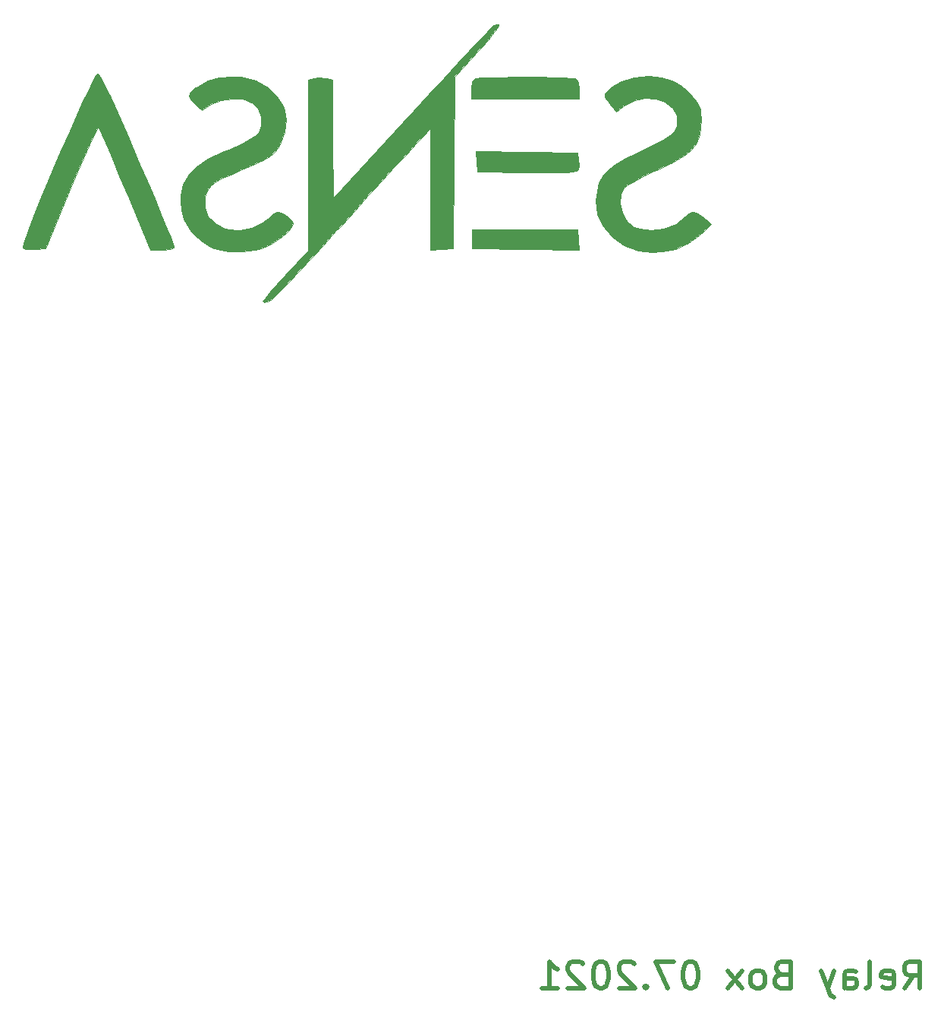
<source format=gbr>
G04 #@! TF.GenerationSoftware,KiCad,Pcbnew,(5.1.9)-1*
G04 #@! TF.CreationDate,2021-08-02T17:51:02+02:00*
G04 #@! TF.ProjectId,RelayControls-HPK,52656c61-7943-46f6-9e74-726f6c732d48,V0.1*
G04 #@! TF.SameCoordinates,Original*
G04 #@! TF.FileFunction,Legend,Bot*
G04 #@! TF.FilePolarity,Positive*
%FSLAX46Y46*%
G04 Gerber Fmt 4.6, Leading zero omitted, Abs format (unit mm)*
G04 Created by KiCad (PCBNEW (5.1.9)-1) date 2021-08-02 17:51:02*
%MOMM*%
%LPD*%
G01*
G04 APERTURE LIST*
%ADD10C,0.500000*%
%ADD11C,0.010000*%
G04 APERTURE END LIST*
D10*
X150885714Y-206437142D02*
X151885714Y-205008571D01*
X152600000Y-206437142D02*
X152600000Y-203437142D01*
X151457142Y-203437142D01*
X151171428Y-203580000D01*
X151028571Y-203722857D01*
X150885714Y-204008571D01*
X150885714Y-204437142D01*
X151028571Y-204722857D01*
X151171428Y-204865714D01*
X151457142Y-205008571D01*
X152600000Y-205008571D01*
X148457142Y-206294285D02*
X148742857Y-206437142D01*
X149314285Y-206437142D01*
X149600000Y-206294285D01*
X149742857Y-206008571D01*
X149742857Y-204865714D01*
X149600000Y-204580000D01*
X149314285Y-204437142D01*
X148742857Y-204437142D01*
X148457142Y-204580000D01*
X148314285Y-204865714D01*
X148314285Y-205151428D01*
X149742857Y-205437142D01*
X146600000Y-206437142D02*
X146885714Y-206294285D01*
X147028571Y-206008571D01*
X147028571Y-203437142D01*
X144171428Y-206437142D02*
X144171428Y-204865714D01*
X144314285Y-204580000D01*
X144600000Y-204437142D01*
X145171428Y-204437142D01*
X145457142Y-204580000D01*
X144171428Y-206294285D02*
X144457142Y-206437142D01*
X145171428Y-206437142D01*
X145457142Y-206294285D01*
X145600000Y-206008571D01*
X145600000Y-205722857D01*
X145457142Y-205437142D01*
X145171428Y-205294285D01*
X144457142Y-205294285D01*
X144171428Y-205151428D01*
X143028571Y-204437142D02*
X142314285Y-206437142D01*
X141600000Y-204437142D02*
X142314285Y-206437142D01*
X142600000Y-207151428D01*
X142742857Y-207294285D01*
X143028571Y-207437142D01*
X137171428Y-204865714D02*
X136742857Y-205008571D01*
X136600000Y-205151428D01*
X136457142Y-205437142D01*
X136457142Y-205865714D01*
X136600000Y-206151428D01*
X136742857Y-206294285D01*
X137028571Y-206437142D01*
X138171428Y-206437142D01*
X138171428Y-203437142D01*
X137171428Y-203437142D01*
X136885714Y-203580000D01*
X136742857Y-203722857D01*
X136600000Y-204008571D01*
X136600000Y-204294285D01*
X136742857Y-204580000D01*
X136885714Y-204722857D01*
X137171428Y-204865714D01*
X138171428Y-204865714D01*
X134742857Y-206437142D02*
X135028571Y-206294285D01*
X135171428Y-206151428D01*
X135314285Y-205865714D01*
X135314285Y-205008571D01*
X135171428Y-204722857D01*
X135028571Y-204580000D01*
X134742857Y-204437142D01*
X134314285Y-204437142D01*
X134028571Y-204580000D01*
X133885714Y-204722857D01*
X133742857Y-205008571D01*
X133742857Y-205865714D01*
X133885714Y-206151428D01*
X134028571Y-206294285D01*
X134314285Y-206437142D01*
X134742857Y-206437142D01*
X132742857Y-206437142D02*
X131171428Y-204437142D01*
X132742857Y-204437142D02*
X131171428Y-206437142D01*
X127171428Y-203437142D02*
X126885714Y-203437142D01*
X126600000Y-203580000D01*
X126457142Y-203722857D01*
X126314285Y-204008571D01*
X126171428Y-204580000D01*
X126171428Y-205294285D01*
X126314285Y-205865714D01*
X126457142Y-206151428D01*
X126600000Y-206294285D01*
X126885714Y-206437142D01*
X127171428Y-206437142D01*
X127457142Y-206294285D01*
X127600000Y-206151428D01*
X127742857Y-205865714D01*
X127885714Y-205294285D01*
X127885714Y-204580000D01*
X127742857Y-204008571D01*
X127600000Y-203722857D01*
X127457142Y-203580000D01*
X127171428Y-203437142D01*
X125171428Y-203437142D02*
X123171428Y-203437142D01*
X124457142Y-206437142D01*
X122028571Y-206151428D02*
X121885714Y-206294285D01*
X122028571Y-206437142D01*
X122171428Y-206294285D01*
X122028571Y-206151428D01*
X122028571Y-206437142D01*
X120742857Y-203722857D02*
X120600000Y-203580000D01*
X120314285Y-203437142D01*
X119600000Y-203437142D01*
X119314285Y-203580000D01*
X119171428Y-203722857D01*
X119028571Y-204008571D01*
X119028571Y-204294285D01*
X119171428Y-204722857D01*
X120885714Y-206437142D01*
X119028571Y-206437142D01*
X117171428Y-203437142D02*
X116885714Y-203437142D01*
X116600000Y-203580000D01*
X116457142Y-203722857D01*
X116314285Y-204008571D01*
X116171428Y-204580000D01*
X116171428Y-205294285D01*
X116314285Y-205865714D01*
X116457142Y-206151428D01*
X116600000Y-206294285D01*
X116885714Y-206437142D01*
X117171428Y-206437142D01*
X117457142Y-206294285D01*
X117600000Y-206151428D01*
X117742857Y-205865714D01*
X117885714Y-205294285D01*
X117885714Y-204580000D01*
X117742857Y-204008571D01*
X117600000Y-203722857D01*
X117457142Y-203580000D01*
X117171428Y-203437142D01*
X115028571Y-203722857D02*
X114885714Y-203580000D01*
X114600000Y-203437142D01*
X113885714Y-203437142D01*
X113600000Y-203580000D01*
X113457142Y-203722857D01*
X113314285Y-204008571D01*
X113314285Y-204294285D01*
X113457142Y-204722857D01*
X115171428Y-206437142D01*
X113314285Y-206437142D01*
X110457142Y-206437142D02*
X112171428Y-206437142D01*
X111314285Y-206437142D02*
X111314285Y-203437142D01*
X111600000Y-203865714D01*
X111885714Y-204151428D01*
X112171428Y-204294285D01*
D11*
G36*
X105125243Y-99053573D02*
G01*
X104873171Y-99274898D01*
X104297754Y-99852972D01*
X103435495Y-100749003D01*
X102322899Y-101924201D01*
X100996469Y-103339774D01*
X99492711Y-104956933D01*
X97848128Y-106736885D01*
X96099225Y-108640840D01*
X95956343Y-108796866D01*
X87170527Y-118393157D01*
X87099102Y-111761575D01*
X87027677Y-105129992D01*
X86363839Y-104963380D01*
X85561599Y-104897590D01*
X85031579Y-104964530D01*
X84363158Y-105132293D01*
X84363158Y-124176489D01*
X81823158Y-126919413D01*
X80906703Y-127920090D01*
X80137299Y-128781173D01*
X79580685Y-129427466D01*
X79302599Y-129783772D01*
X79283158Y-129824853D01*
X79476036Y-129974496D01*
X80034053Y-129770458D01*
X80254098Y-129649216D01*
X80556332Y-129382787D01*
X81174376Y-128764377D01*
X82065772Y-127838980D01*
X83188063Y-126651589D01*
X84498792Y-125247199D01*
X85955502Y-123670801D01*
X87515734Y-121967390D01*
X87874098Y-121574090D01*
X89503423Y-119785898D01*
X91080315Y-118058437D01*
X92554409Y-116446647D01*
X93875343Y-115005471D01*
X94992754Y-113789850D01*
X95856276Y-112854724D01*
X96415548Y-112255035D01*
X96452268Y-112216195D01*
X97980325Y-110603158D01*
X97989636Y-117368860D01*
X97998948Y-124134562D01*
X99268948Y-124053070D01*
X100538948Y-123971579D01*
X100609202Y-114380641D01*
X100679457Y-104789704D01*
X103254592Y-102008838D01*
X104381887Y-100764997D01*
X105136782Y-99865234D01*
X105534592Y-99285358D01*
X105590628Y-99001177D01*
X105320204Y-98988499D01*
X105125243Y-99053573D01*
G37*
X105125243Y-99053573D02*
X104873171Y-99274898D01*
X104297754Y-99852972D01*
X103435495Y-100749003D01*
X102322899Y-101924201D01*
X100996469Y-103339774D01*
X99492711Y-104956933D01*
X97848128Y-106736885D01*
X96099225Y-108640840D01*
X95956343Y-108796866D01*
X87170527Y-118393157D01*
X87099102Y-111761575D01*
X87027677Y-105129992D01*
X86363839Y-104963380D01*
X85561599Y-104897590D01*
X85031579Y-104964530D01*
X84363158Y-105132293D01*
X84363158Y-124176489D01*
X81823158Y-126919413D01*
X80906703Y-127920090D01*
X80137299Y-128781173D01*
X79580685Y-129427466D01*
X79302599Y-129783772D01*
X79283158Y-129824853D01*
X79476036Y-129974496D01*
X80034053Y-129770458D01*
X80254098Y-129649216D01*
X80556332Y-129382787D01*
X81174376Y-128764377D01*
X82065772Y-127838980D01*
X83188063Y-126651589D01*
X84498792Y-125247199D01*
X85955502Y-123670801D01*
X87515734Y-121967390D01*
X87874098Y-121574090D01*
X89503423Y-119785898D01*
X91080315Y-118058437D01*
X92554409Y-116446647D01*
X93875343Y-115005471D01*
X94992754Y-113789850D01*
X95856276Y-112854724D01*
X96415548Y-112255035D01*
X96452268Y-112216195D01*
X97980325Y-110603158D01*
X97989636Y-117368860D01*
X97998948Y-124134562D01*
X99268948Y-124053070D01*
X100538948Y-123971579D01*
X100609202Y-114380641D01*
X100679457Y-104789704D01*
X103254592Y-102008838D01*
X104381887Y-100764997D01*
X105136782Y-99865234D01*
X105534592Y-99285358D01*
X105590628Y-99001177D01*
X105320204Y-98988499D01*
X105125243Y-99053573D01*
G36*
X120762967Y-104942905D02*
G01*
X119304807Y-105367847D01*
X118110373Y-106032668D01*
X117681026Y-106425246D01*
X117449529Y-106755359D01*
X117486565Y-107082046D01*
X117833259Y-107576873D01*
X118007842Y-107788601D01*
X118756697Y-108685609D01*
X119581454Y-108075840D01*
X120735845Y-107459405D01*
X121954789Y-107200555D01*
X123137505Y-107270636D01*
X124183214Y-107640995D01*
X124991135Y-108282977D01*
X125460487Y-109167930D01*
X125537895Y-109769356D01*
X125471451Y-110329005D01*
X125229088Y-110826663D01*
X124746264Y-111314166D01*
X123958436Y-111843347D01*
X122801060Y-112466043D01*
X121243535Y-113218167D01*
X119691300Y-113982117D01*
X118558489Y-114641992D01*
X117759720Y-115270120D01*
X117209613Y-115938825D01*
X116822789Y-116720433D01*
X116698937Y-117067876D01*
X116434604Y-118641773D01*
X116648230Y-120152853D01*
X117283070Y-121532289D01*
X118282379Y-122711252D01*
X119589414Y-123620916D01*
X121147430Y-124192453D01*
X122711628Y-124360896D01*
X123782765Y-124295160D01*
X124797532Y-124138819D01*
X125302001Y-124003508D01*
X126757154Y-123333705D01*
X128068043Y-122458707D01*
X128697594Y-121884494D01*
X129308171Y-121234564D01*
X128471993Y-120530966D01*
X127735635Y-119997649D01*
X127190521Y-119871573D01*
X126693377Y-120142797D01*
X126448281Y-120390556D01*
X125386580Y-121220984D01*
X124063746Y-121754967D01*
X122649277Y-121957901D01*
X121312667Y-121795184D01*
X120716512Y-121560737D01*
X119908566Y-120889377D01*
X119364660Y-119940270D01*
X119126180Y-118874056D01*
X119234512Y-117851376D01*
X119588948Y-117184158D01*
X120005508Y-116864703D01*
X120804718Y-116399674D01*
X121875559Y-115849001D01*
X123107010Y-115272617D01*
X123236690Y-115214999D01*
X124959265Y-114403787D01*
X126232679Y-113668504D01*
X127123802Y-112944886D01*
X127699506Y-112168669D01*
X128026661Y-111275591D01*
X128148755Y-110494499D01*
X128191336Y-109560770D01*
X128150917Y-108741363D01*
X128106656Y-108483613D01*
X127696754Y-107632763D01*
X126945493Y-106708506D01*
X125995942Y-105863877D01*
X125162579Y-105334403D01*
X123847575Y-104903478D01*
X122329130Y-104780547D01*
X120762967Y-104942905D01*
G37*
X120762967Y-104942905D02*
X119304807Y-105367847D01*
X118110373Y-106032668D01*
X117681026Y-106425246D01*
X117449529Y-106755359D01*
X117486565Y-107082046D01*
X117833259Y-107576873D01*
X118007842Y-107788601D01*
X118756697Y-108685609D01*
X119581454Y-108075840D01*
X120735845Y-107459405D01*
X121954789Y-107200555D01*
X123137505Y-107270636D01*
X124183214Y-107640995D01*
X124991135Y-108282977D01*
X125460487Y-109167930D01*
X125537895Y-109769356D01*
X125471451Y-110329005D01*
X125229088Y-110826663D01*
X124746264Y-111314166D01*
X123958436Y-111843347D01*
X122801060Y-112466043D01*
X121243535Y-113218167D01*
X119691300Y-113982117D01*
X118558489Y-114641992D01*
X117759720Y-115270120D01*
X117209613Y-115938825D01*
X116822789Y-116720433D01*
X116698937Y-117067876D01*
X116434604Y-118641773D01*
X116648230Y-120152853D01*
X117283070Y-121532289D01*
X118282379Y-122711252D01*
X119589414Y-123620916D01*
X121147430Y-124192453D01*
X122711628Y-124360896D01*
X123782765Y-124295160D01*
X124797532Y-124138819D01*
X125302001Y-124003508D01*
X126757154Y-123333705D01*
X128068043Y-122458707D01*
X128697594Y-121884494D01*
X129308171Y-121234564D01*
X128471993Y-120530966D01*
X127735635Y-119997649D01*
X127190521Y-119871573D01*
X126693377Y-120142797D01*
X126448281Y-120390556D01*
X125386580Y-121220984D01*
X124063746Y-121754967D01*
X122649277Y-121957901D01*
X121312667Y-121795184D01*
X120716512Y-121560737D01*
X119908566Y-120889377D01*
X119364660Y-119940270D01*
X119126180Y-118874056D01*
X119234512Y-117851376D01*
X119588948Y-117184158D01*
X120005508Y-116864703D01*
X120804718Y-116399674D01*
X121875559Y-115849001D01*
X123107010Y-115272617D01*
X123236690Y-115214999D01*
X124959265Y-114403787D01*
X126232679Y-113668504D01*
X127123802Y-112944886D01*
X127699506Y-112168669D01*
X128026661Y-111275591D01*
X128148755Y-110494499D01*
X128191336Y-109560770D01*
X128150917Y-108741363D01*
X128106656Y-108483613D01*
X127696754Y-107632763D01*
X126945493Y-106708506D01*
X125995942Y-105863877D01*
X125162579Y-105334403D01*
X123847575Y-104903478D01*
X122329130Y-104780547D01*
X120762967Y-104942905D01*
G36*
X74411857Y-104909889D02*
G01*
X73136180Y-105288597D01*
X71868222Y-106004751D01*
X71865511Y-106006582D01*
X71223510Y-106516537D01*
X71050646Y-106952688D01*
X71336415Y-107458873D01*
X71730000Y-107862097D01*
X72465263Y-108563186D01*
X73534737Y-107913489D01*
X74630327Y-107458924D01*
X75879721Y-107258961D01*
X77083735Y-107323666D01*
X78043182Y-107663103D01*
X78075900Y-107684005D01*
X78734214Y-108393849D01*
X79102049Y-109351358D01*
X79102834Y-110327847D01*
X79035749Y-110550662D01*
X78809497Y-110995276D01*
X78445149Y-111394090D01*
X77861145Y-111799521D01*
X76975925Y-112263983D01*
X75707929Y-112839891D01*
X74994626Y-113147704D01*
X73187570Y-114009574D01*
X71856789Y-114872800D01*
X70947305Y-115799699D01*
X70404144Y-116852585D01*
X70172329Y-118093775D01*
X70154436Y-118634053D01*
X70245250Y-119687897D01*
X70476212Y-120683668D01*
X70609240Y-121025543D01*
X71343870Y-122103018D01*
X72407791Y-123098775D01*
X73602778Y-123843534D01*
X74165310Y-124062335D01*
X75500021Y-124301008D01*
X77014293Y-124327623D01*
X78442626Y-124147501D01*
X79091606Y-123963629D01*
X80087305Y-123496940D01*
X81108485Y-122857661D01*
X81977815Y-122169641D01*
X82503221Y-121580949D01*
X82660792Y-121185372D01*
X82492256Y-120832023D01*
X82057983Y-120445824D01*
X81365095Y-119967088D01*
X80866970Y-119880563D01*
X80399316Y-120182200D01*
X80193544Y-120399866D01*
X79275834Y-121116935D01*
X78046433Y-121659261D01*
X76721108Y-121940030D01*
X76314803Y-121960444D01*
X75042448Y-121759485D01*
X73984328Y-121202961D01*
X73213443Y-120379796D01*
X72802796Y-119378917D01*
X72825388Y-118289250D01*
X72960875Y-117874876D01*
X73209977Y-117346833D01*
X73513101Y-116931500D01*
X73963841Y-116564250D01*
X74655788Y-116180459D01*
X75682534Y-115715500D01*
X76723534Y-115276749D01*
X78191785Y-114650788D01*
X79252363Y-114151422D01*
X79999097Y-113719668D01*
X80525815Y-113296543D01*
X80926347Y-112823062D01*
X81138155Y-112501568D01*
X81771125Y-111043275D01*
X81916128Y-109597537D01*
X81617310Y-108229811D01*
X80918818Y-107005556D01*
X79864796Y-105990230D01*
X78499393Y-105249288D01*
X76866753Y-104848191D01*
X75941053Y-104795590D01*
X74411857Y-104909889D01*
G37*
X74411857Y-104909889D02*
X73136180Y-105288597D01*
X71868222Y-106004751D01*
X71865511Y-106006582D01*
X71223510Y-106516537D01*
X71050646Y-106952688D01*
X71336415Y-107458873D01*
X71730000Y-107862097D01*
X72465263Y-108563186D01*
X73534737Y-107913489D01*
X74630327Y-107458924D01*
X75879721Y-107258961D01*
X77083735Y-107323666D01*
X78043182Y-107663103D01*
X78075900Y-107684005D01*
X78734214Y-108393849D01*
X79102049Y-109351358D01*
X79102834Y-110327847D01*
X79035749Y-110550662D01*
X78809497Y-110995276D01*
X78445149Y-111394090D01*
X77861145Y-111799521D01*
X76975925Y-112263983D01*
X75707929Y-112839891D01*
X74994626Y-113147704D01*
X73187570Y-114009574D01*
X71856789Y-114872800D01*
X70947305Y-115799699D01*
X70404144Y-116852585D01*
X70172329Y-118093775D01*
X70154436Y-118634053D01*
X70245250Y-119687897D01*
X70476212Y-120683668D01*
X70609240Y-121025543D01*
X71343870Y-122103018D01*
X72407791Y-123098775D01*
X73602778Y-123843534D01*
X74165310Y-124062335D01*
X75500021Y-124301008D01*
X77014293Y-124327623D01*
X78442626Y-124147501D01*
X79091606Y-123963629D01*
X80087305Y-123496940D01*
X81108485Y-122857661D01*
X81977815Y-122169641D01*
X82503221Y-121580949D01*
X82660792Y-121185372D01*
X82492256Y-120832023D01*
X82057983Y-120445824D01*
X81365095Y-119967088D01*
X80866970Y-119880563D01*
X80399316Y-120182200D01*
X80193544Y-120399866D01*
X79275834Y-121116935D01*
X78046433Y-121659261D01*
X76721108Y-121940030D01*
X76314803Y-121960444D01*
X75042448Y-121759485D01*
X73984328Y-121202961D01*
X73213443Y-120379796D01*
X72802796Y-119378917D01*
X72825388Y-118289250D01*
X72960875Y-117874876D01*
X73209977Y-117346833D01*
X73513101Y-116931500D01*
X73963841Y-116564250D01*
X74655788Y-116180459D01*
X75682534Y-115715500D01*
X76723534Y-115276749D01*
X78191785Y-114650788D01*
X79252363Y-114151422D01*
X79999097Y-113719668D01*
X80525815Y-113296543D01*
X80926347Y-112823062D01*
X81138155Y-112501568D01*
X81771125Y-111043275D01*
X81916128Y-109597537D01*
X81617310Y-108229811D01*
X80918818Y-107005556D01*
X79864796Y-105990230D01*
X78499393Y-105249288D01*
X76866753Y-104848191D01*
X75941053Y-104795590D01*
X74411857Y-104909889D01*
G36*
X102677895Y-123971579D02*
G01*
X108642468Y-124043578D01*
X114607040Y-124115577D01*
X114442106Y-121832631D01*
X102677895Y-121832631D01*
X102677895Y-123971579D01*
G37*
X102677895Y-123971579D02*
X108642468Y-124043578D01*
X114607040Y-124115577D01*
X114442106Y-121832631D01*
X102677895Y-121832631D01*
X102677895Y-123971579D01*
G36*
X60646644Y-104690789D02*
G01*
X60280891Y-105359027D01*
X59771019Y-106393779D01*
X59144727Y-107730428D01*
X58429716Y-109304356D01*
X57653685Y-111050945D01*
X56844335Y-112905577D01*
X56029366Y-114803635D01*
X55236477Y-116680500D01*
X54493369Y-118471555D01*
X53827741Y-120112182D01*
X53267294Y-121537764D01*
X52839728Y-122683682D01*
X52572742Y-123485318D01*
X52494037Y-123878055D01*
X52503553Y-123902079D01*
X52897602Y-124030534D01*
X53602289Y-124068972D01*
X53897121Y-124055569D01*
X55053209Y-123971579D01*
X57875820Y-117220526D01*
X58621478Y-115451566D01*
X59305765Y-113855780D01*
X59900586Y-112496487D01*
X60377848Y-111437007D01*
X60709455Y-110740658D01*
X60867313Y-110470761D01*
X60871238Y-110469473D01*
X61064605Y-110694032D01*
X61353395Y-111261565D01*
X61491931Y-111588854D01*
X61725557Y-112158086D01*
X62131607Y-113131858D01*
X62673294Y-114422602D01*
X63313828Y-115942749D01*
X64016420Y-117604730D01*
X64356254Y-118406749D01*
X66772689Y-124105263D01*
X68081608Y-124105263D01*
X68969425Y-124043768D01*
X69363888Y-123854420D01*
X69390527Y-123759464D01*
X69287994Y-123444088D01*
X68995728Y-122693538D01*
X68536731Y-121563243D01*
X67934003Y-120108630D01*
X67210543Y-118385125D01*
X66389352Y-116448156D01*
X65493431Y-114353150D01*
X65313158Y-113933675D01*
X64093638Y-111121825D01*
X63067223Y-108806221D01*
X62232956Y-106984829D01*
X61589876Y-105655616D01*
X61137025Y-104816548D01*
X60873443Y-104465592D01*
X60840578Y-104453684D01*
X60646644Y-104690789D01*
G37*
X60646644Y-104690789D02*
X60280891Y-105359027D01*
X59771019Y-106393779D01*
X59144727Y-107730428D01*
X58429716Y-109304356D01*
X57653685Y-111050945D01*
X56844335Y-112905577D01*
X56029366Y-114803635D01*
X55236477Y-116680500D01*
X54493369Y-118471555D01*
X53827741Y-120112182D01*
X53267294Y-121537764D01*
X52839728Y-122683682D01*
X52572742Y-123485318D01*
X52494037Y-123878055D01*
X52503553Y-123902079D01*
X52897602Y-124030534D01*
X53602289Y-124068972D01*
X53897121Y-124055569D01*
X55053209Y-123971579D01*
X57875820Y-117220526D01*
X58621478Y-115451566D01*
X59305765Y-113855780D01*
X59900586Y-112496487D01*
X60377848Y-111437007D01*
X60709455Y-110740658D01*
X60867313Y-110470761D01*
X60871238Y-110469473D01*
X61064605Y-110694032D01*
X61353395Y-111261565D01*
X61491931Y-111588854D01*
X61725557Y-112158086D01*
X62131607Y-113131858D01*
X62673294Y-114422602D01*
X63313828Y-115942749D01*
X64016420Y-117604730D01*
X64356254Y-118406749D01*
X66772689Y-124105263D01*
X68081608Y-124105263D01*
X68969425Y-124043768D01*
X69363888Y-123854420D01*
X69390527Y-123759464D01*
X69287994Y-123444088D01*
X68995728Y-122693538D01*
X68536731Y-121563243D01*
X67934003Y-120108630D01*
X67210543Y-118385125D01*
X66389352Y-116448156D01*
X65493431Y-114353150D01*
X65313158Y-113933675D01*
X64093638Y-111121825D01*
X63067223Y-108806221D01*
X62232956Y-106984829D01*
X61589876Y-105655616D01*
X61137025Y-104816548D01*
X60873443Y-104465592D01*
X60840578Y-104453684D01*
X60646644Y-104690789D01*
G36*
X103130155Y-114274111D02*
G01*
X103212632Y-115415789D01*
X108766829Y-115488075D01*
X110671336Y-115507456D01*
X112105807Y-115507001D01*
X113134694Y-115483186D01*
X113822449Y-115432490D01*
X114233523Y-115351390D01*
X114432369Y-115236363D01*
X114468347Y-115176450D01*
X114549145Y-114634505D01*
X114528886Y-114034690D01*
X114442106Y-113276842D01*
X108744892Y-113204637D01*
X103047677Y-113132432D01*
X103130155Y-114274111D01*
G37*
X103130155Y-114274111D02*
X103212632Y-115415789D01*
X108766829Y-115488075D01*
X110671336Y-115507456D01*
X112105807Y-115507001D01*
X113134694Y-115483186D01*
X113822449Y-115432490D01*
X114233523Y-115351390D01*
X114432369Y-115236363D01*
X114468347Y-115176450D01*
X114549145Y-114634505D01*
X114528886Y-114034690D01*
X114442106Y-113276842D01*
X108744892Y-113204637D01*
X103047677Y-113132432D01*
X103130155Y-114274111D01*
G36*
X107291815Y-104862384D02*
G01*
X105845087Y-104878155D01*
X104587400Y-104905795D01*
X103622131Y-104945306D01*
X103052659Y-104996686D01*
X102967131Y-105017026D01*
X102643770Y-105410371D01*
X102544211Y-106220184D01*
X102544211Y-107261052D01*
X114575790Y-107261052D01*
X114575790Y-106220184D01*
X114466386Y-105382363D01*
X114152870Y-105017026D01*
X113742835Y-104961578D01*
X112901574Y-104918000D01*
X111732463Y-104886291D01*
X110338881Y-104866452D01*
X108824205Y-104858483D01*
X107291815Y-104862384D01*
G37*
X107291815Y-104862384D02*
X105845087Y-104878155D01*
X104587400Y-104905795D01*
X103622131Y-104945306D01*
X103052659Y-104996686D01*
X102967131Y-105017026D01*
X102643770Y-105410371D01*
X102544211Y-106220184D01*
X102544211Y-107261052D01*
X114575790Y-107261052D01*
X114575790Y-106220184D01*
X114466386Y-105382363D01*
X114152870Y-105017026D01*
X113742835Y-104961578D01*
X112901574Y-104918000D01*
X111732463Y-104886291D01*
X110338881Y-104866452D01*
X108824205Y-104858483D01*
X107291815Y-104862384D01*
M02*

</source>
